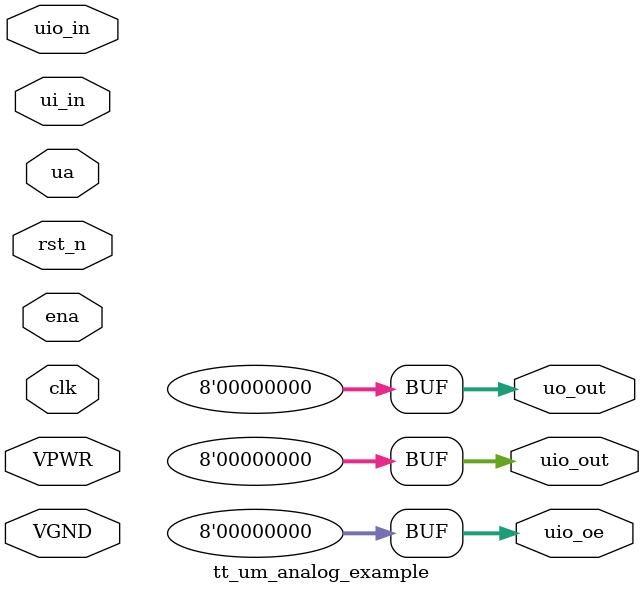
<source format=v>
module tt_um_analog_example(	// file.cleaned.mlir:2:3
  input        VGND,	// file.cleaned.mlir:2:38
               VPWR,	// file.cleaned.mlir:2:53
  input  [7:0] ui_in,	// file.cleaned.mlir:2:68
               uio_in,	// file.cleaned.mlir:2:84
  inout  [7:0] ua,	// file.cleaned.mlir:2:104
  input        ena,	// file.cleaned.mlir:2:117
               clk,	// file.cleaned.mlir:2:131
               rst_n,	// file.cleaned.mlir:2:145
  output [7:0] uo_out,	// file.cleaned.mlir:2:162
               uio_out,	// file.cleaned.mlir:2:179
               uio_oe	// file.cleaned.mlir:2:197
);

  assign uo_out = 8'h0;	// file.cleaned.mlir:3:14, :4:5
  assign uio_out = 8'h0;	// file.cleaned.mlir:3:14, :4:5
  assign uio_oe = 8'h0;	// file.cleaned.mlir:3:14, :4:5
endmodule


</source>
